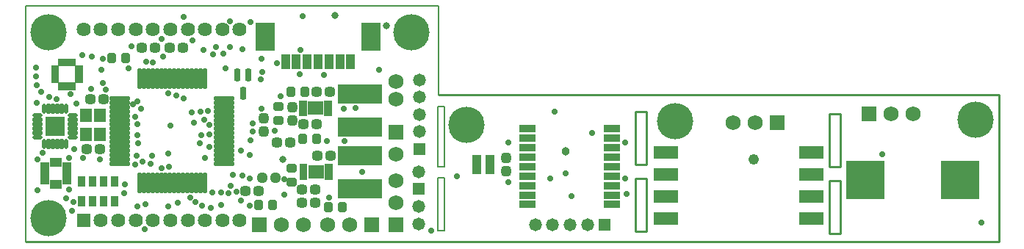
<source format=gts>
G04 Layer_Color=8388736*
%FSLAX23Y23*%
%MOIN*%
G70*
G01*
G75*
%ADD37C,0.006*%
%ADD38C,0.010*%
%ADD86R,0.032X0.051*%
G04:AMPARAMS|DCode=87|XSize=44mil|YSize=19mil|CornerRadius=7mil|HoleSize=0mil|Usage=FLASHONLY|Rotation=270.000|XOffset=0mil|YOffset=0mil|HoleType=Round|Shape=RoundedRectangle|*
%AMROUNDEDRECTD87*
21,1,0.044,0.005,0,0,270.0*
21,1,0.030,0.019,0,0,270.0*
1,1,0.015,-0.002,-0.015*
1,1,0.015,-0.002,0.015*
1,1,0.015,0.002,0.015*
1,1,0.015,0.002,-0.015*
%
%ADD87ROUNDEDRECTD87*%
G04:AMPARAMS|DCode=88|XSize=45mil|YSize=20mil|CornerRadius=8mil|HoleSize=0mil|Usage=FLASHONLY|Rotation=270.000|XOffset=0mil|YOffset=0mil|HoleType=Round|Shape=RoundedRectangle|*
%AMROUNDEDRECTD88*
21,1,0.045,0.005,0,0,270.0*
21,1,0.030,0.020,0,0,270.0*
1,1,0.016,-0.002,-0.015*
1,1,0.016,-0.002,0.015*
1,1,0.016,0.002,0.015*
1,1,0.016,0.002,-0.015*
%
%ADD88ROUNDEDRECTD88*%
G04:AMPARAMS|DCode=89|XSize=44mil|YSize=19mil|CornerRadius=7mil|HoleSize=0mil|Usage=FLASHONLY|Rotation=180.000|XOffset=0mil|YOffset=0mil|HoleType=Round|Shape=RoundedRectangle|*
%AMROUNDEDRECTD89*
21,1,0.044,0.005,0,0,180.0*
21,1,0.030,0.019,0,0,180.0*
1,1,0.015,-0.015,0.002*
1,1,0.015,0.015,0.002*
1,1,0.015,0.015,-0.002*
1,1,0.015,-0.015,-0.002*
%
%ADD89ROUNDEDRECTD89*%
G04:AMPARAMS|DCode=90|XSize=45mil|YSize=20mil|CornerRadius=8mil|HoleSize=0mil|Usage=FLASHONLY|Rotation=180.000|XOffset=0mil|YOffset=0mil|HoleType=Round|Shape=RoundedRectangle|*
%AMROUNDEDRECTD90*
21,1,0.045,0.005,0,0,180.0*
21,1,0.030,0.020,0,0,180.0*
1,1,0.016,-0.015,0.002*
1,1,0.016,0.015,0.002*
1,1,0.016,0.015,-0.002*
1,1,0.016,-0.015,-0.002*
%
%ADD90ROUNDEDRECTD90*%
%ADD91R,0.091X0.091*%
G04:AMPARAMS|DCode=92|XSize=58mil|YSize=28mil|CornerRadius=9mil|HoleSize=0mil|Usage=FLASHONLY|Rotation=270.000|XOffset=0mil|YOffset=0mil|HoleType=Round|Shape=RoundedRectangle|*
%AMROUNDEDRECTD92*
21,1,0.058,0.009,0,0,270.0*
21,1,0.040,0.028,0,0,270.0*
1,1,0.018,-0.005,-0.020*
1,1,0.018,-0.005,0.020*
1,1,0.018,0.005,0.020*
1,1,0.018,0.005,-0.020*
%
%ADD92ROUNDEDRECTD92*%
G04:AMPARAMS|DCode=93|XSize=45mil|YSize=45mil|CornerRadius=13mil|HoleSize=0mil|Usage=FLASHONLY|Rotation=0.000|XOffset=0mil|YOffset=0mil|HoleType=Round|Shape=RoundedRectangle|*
%AMROUNDEDRECTD93*
21,1,0.045,0.019,0,0,0.0*
21,1,0.019,0.045,0,0,0.0*
1,1,0.026,0.010,-0.009*
1,1,0.026,-0.010,-0.009*
1,1,0.026,-0.010,0.009*
1,1,0.026,0.010,0.009*
%
%ADD93ROUNDEDRECTD93*%
%ADD94R,0.091X0.126*%
%ADD95R,0.039X0.071*%
%ADD96R,0.039X0.091*%
%ADD97R,0.205X0.087*%
%ADD98R,0.078X0.035*%
%ADD99R,0.078X0.038*%
G04:AMPARAMS|DCode=100|XSize=45mil|YSize=45mil|CornerRadius=13mil|HoleSize=0mil|Usage=FLASHONLY|Rotation=270.000|XOffset=0mil|YOffset=0mil|HoleType=Round|Shape=RoundedRectangle|*
%AMROUNDEDRECTD100*
21,1,0.045,0.019,0,0,270.0*
21,1,0.019,0.045,0,0,270.0*
1,1,0.026,-0.009,-0.010*
1,1,0.026,-0.009,0.010*
1,1,0.026,0.009,0.010*
1,1,0.026,0.009,-0.010*
%
%ADD100ROUNDEDRECTD100*%
%ADD101R,0.173X0.173*%
G04:AMPARAMS|DCode=102|XSize=44mil|YSize=45mil|CornerRadius=13mil|HoleSize=0mil|Usage=FLASHONLY|Rotation=180.000|XOffset=0mil|YOffset=0mil|HoleType=Round|Shape=RoundedRectangle|*
%AMROUNDEDRECTD102*
21,1,0.044,0.018,0,0,180.0*
21,1,0.018,0.045,0,0,180.0*
1,1,0.026,-0.009,0.009*
1,1,0.026,0.009,0.009*
1,1,0.026,0.009,-0.009*
1,1,0.026,-0.009,-0.009*
%
%ADD102ROUNDEDRECTD102*%
G04:AMPARAMS|DCode=103|XSize=93mil|YSize=21mil|CornerRadius=8mil|HoleSize=0mil|Usage=FLASHONLY|Rotation=180.000|XOffset=0mil|YOffset=0mil|HoleType=Round|Shape=RoundedRectangle|*
%AMROUNDEDRECTD103*
21,1,0.093,0.006,0,0,180.0*
21,1,0.078,0.021,0,0,180.0*
1,1,0.015,-0.039,0.003*
1,1,0.015,0.039,0.003*
1,1,0.015,0.039,-0.003*
1,1,0.015,-0.039,-0.003*
%
%ADD103ROUNDEDRECTD103*%
G04:AMPARAMS|DCode=104|XSize=93mil|YSize=21mil|CornerRadius=8mil|HoleSize=0mil|Usage=FLASHONLY|Rotation=270.000|XOffset=0mil|YOffset=0mil|HoleType=Round|Shape=RoundedRectangle|*
%AMROUNDEDRECTD104*
21,1,0.093,0.006,0,0,270.0*
21,1,0.078,0.021,0,0,270.0*
1,1,0.015,-0.003,-0.039*
1,1,0.015,-0.003,0.039*
1,1,0.015,0.003,0.039*
1,1,0.015,0.003,-0.039*
%
%ADD104ROUNDEDRECTD104*%
%ADD105R,0.053X0.063*%
G04:AMPARAMS|DCode=106|XSize=42mil|YSize=47mil|CornerRadius=13mil|HoleSize=0mil|Usage=FLASHONLY|Rotation=0.000|XOffset=0mil|YOffset=0mil|HoleType=Round|Shape=RoundedRectangle|*
%AMROUNDEDRECTD106*
21,1,0.042,0.021,0,0,0.0*
21,1,0.017,0.047,0,0,0.0*
1,1,0.025,0.008,-0.011*
1,1,0.025,-0.008,-0.011*
1,1,0.025,-0.008,0.011*
1,1,0.025,0.008,0.011*
%
%ADD106ROUNDEDRECTD106*%
G04:AMPARAMS|DCode=107|XSize=42mil|YSize=47mil|CornerRadius=13mil|HoleSize=0mil|Usage=FLASHONLY|Rotation=270.000|XOffset=0mil|YOffset=0mil|HoleType=Round|Shape=RoundedRectangle|*
%AMROUNDEDRECTD107*
21,1,0.042,0.021,0,0,270.0*
21,1,0.017,0.047,0,0,270.0*
1,1,0.025,-0.011,-0.008*
1,1,0.025,-0.011,0.008*
1,1,0.025,0.011,0.008*
1,1,0.025,0.011,-0.008*
%
%ADD107ROUNDEDRECTD107*%
%ADD108C,0.064*%
%ADD109R,0.064X0.064*%
%ADD110C,0.068*%
%ADD111R,0.068X0.068*%
%ADD112R,0.068X0.068*%
%ADD113C,0.058*%
%ADD114R,0.058X0.058*%
%ADD115R,0.058X0.058*%
%ADD116C,0.028*%
%ADD117C,0.033*%
%ADD118C,0.032*%
%ADD119C,0.048*%
%ADD120C,0.038*%
%ADD121C,0.165*%
G36*
X577Y5295D02*
X537D01*
Y5331D01*
X577D01*
Y5295D01*
D02*
G37*
G36*
X596Y5298D02*
X629D01*
Y5279D01*
X594D01*
Y5295D01*
X577D01*
Y5331D01*
X596D01*
Y5298D01*
D02*
G37*
G36*
X537Y5295D02*
X521D01*
Y5279D01*
X485D01*
Y5298D01*
X518D01*
Y5331D01*
X537D01*
Y5295D01*
D02*
G37*
G36*
X629Y5259D02*
Y5239D01*
X594D01*
Y5259D01*
Y5279D01*
X629D01*
Y5259D01*
D02*
G37*
G36*
X521D02*
Y5239D01*
X485D01*
Y5259D01*
Y5279D01*
X521D01*
Y5259D01*
D02*
G37*
G36*
X629Y5219D02*
X596D01*
Y5187D01*
X577D01*
Y5222D01*
X594D01*
Y5239D01*
X629D01*
Y5219D01*
D02*
G37*
G36*
X577Y5187D02*
X537D01*
Y5222D01*
X577D01*
Y5187D01*
D02*
G37*
G36*
X521Y5222D02*
X537D01*
Y5187D01*
X518D01*
Y5219D01*
X485D01*
Y5239D01*
X521D01*
Y5222D01*
D02*
G37*
G36*
X1720Y5075D02*
X1650D01*
Y5135D01*
X1720D01*
Y5075D01*
D02*
G37*
G36*
X1761Y5123D02*
Y5105D01*
Y5087D01*
Y5069D01*
X1724D01*
Y5087D01*
Y5105D01*
Y5123D01*
Y5141D01*
X1761D01*
Y5123D01*
D02*
G37*
G36*
X1646D02*
Y5105D01*
Y5087D01*
Y5069D01*
X1610D01*
Y5087D01*
Y5105D01*
Y5123D01*
Y5141D01*
X1646D01*
Y5123D01*
D02*
G37*
G36*
X3989Y4876D02*
X3881D01*
Y4934D01*
X3989D01*
Y4876D01*
D02*
G37*
G36*
X3329D02*
X3221D01*
Y4934D01*
X3329D01*
Y4876D01*
D02*
G37*
G36*
X534Y4841D02*
X479D01*
Y4880D01*
X534D01*
Y4841D01*
D02*
G37*
G36*
X577Y4840D02*
X538D01*
Y4860D01*
X577D01*
Y4840D01*
D02*
G37*
G36*
X475D02*
X435D01*
Y4860D01*
X475D01*
Y4840D01*
D02*
G37*
G36*
X1722Y4786D02*
X1652D01*
Y4846D01*
X1722D01*
Y4786D01*
D02*
G37*
G36*
X577Y4820D02*
Y4801D01*
Y4781D01*
X538D01*
Y4801D01*
Y4820D01*
Y4840D01*
X577D01*
Y4820D01*
D02*
G37*
G36*
X475D02*
Y4801D01*
Y4781D01*
X435D01*
Y4801D01*
Y4820D01*
Y4840D01*
X475D01*
Y4820D01*
D02*
G37*
G36*
X1763Y4834D02*
Y4816D01*
Y4798D01*
Y4780D01*
X1726D01*
Y4798D01*
Y4816D01*
Y4834D01*
Y4852D01*
X1763D01*
Y4834D01*
D02*
G37*
G36*
X1648D02*
Y4816D01*
Y4798D01*
Y4780D01*
X1612D01*
Y4798D01*
Y4816D01*
Y4834D01*
Y4852D01*
X1648D01*
Y4834D01*
D02*
G37*
G36*
X3989Y4776D02*
X3881D01*
Y4834D01*
X3989D01*
Y4776D01*
D02*
G37*
G36*
X3329D02*
X3221D01*
Y4834D01*
X3329D01*
Y4776D01*
D02*
G37*
G36*
X577Y4761D02*
X538D01*
Y4781D01*
X577D01*
Y4761D01*
D02*
G37*
G36*
X475D02*
X435D01*
Y4781D01*
X475D01*
Y4761D01*
D02*
G37*
G36*
X534Y4741D02*
X479D01*
Y4780D01*
X534D01*
Y4741D01*
D02*
G37*
G36*
X3989Y4676D02*
X3881D01*
Y4734D01*
X3989D01*
Y4676D01*
D02*
G37*
G36*
X3329D02*
X3221D01*
Y4734D01*
X3329D01*
Y4676D01*
D02*
G37*
G36*
X3989Y4576D02*
X3881D01*
Y4634D01*
X3989D01*
Y4576D01*
D02*
G37*
G36*
X3329D02*
X3221D01*
Y4634D01*
X3329D01*
Y4576D01*
D02*
G37*
D37*
X369Y4498D02*
Y5568D01*
X2240Y4838D02*
Y5113D01*
Y4838D02*
X2270D01*
Y5113D01*
X2240D02*
X2270D01*
X2240Y4548D02*
Y4788D01*
Y4548D02*
X2270D01*
Y4788D01*
X2240D02*
X2270D01*
X369Y5568D02*
X2243D01*
Y5165D02*
Y5568D01*
D38*
X369Y4498D02*
X3998D01*
X3135Y4785D02*
X3185D01*
Y4545D02*
Y4785D01*
X3135Y4545D02*
X3185D01*
X3135D02*
Y4785D01*
Y5090D02*
X3185D01*
Y4850D02*
Y5090D01*
X3135Y4850D02*
X3185D01*
X3135D02*
Y5090D01*
X4785Y4498D02*
Y4780D01*
X3998Y4498D02*
X4785D01*
X4015Y4840D02*
Y5080D01*
Y4840D02*
X4065D01*
Y5080D01*
X4015D02*
X4065D01*
X4015Y4535D02*
Y4775D01*
Y4535D02*
X4065D01*
Y4775D01*
X4015D02*
X4065D01*
X2243Y5165D02*
X4785D01*
Y4780D02*
Y5165D01*
D86*
X622Y4773D02*
D03*
X672D02*
D03*
X722D02*
D03*
X772D02*
D03*
Y4683D02*
D03*
X722D02*
D03*
X672D02*
D03*
X622D02*
D03*
D87*
X552Y4944D02*
D03*
X454D02*
D03*
Y5103D02*
D03*
X552D02*
D03*
D88*
X533Y4944D02*
D03*
X513D02*
D03*
X493D02*
D03*
X473D02*
D03*
Y5103D02*
D03*
X493D02*
D03*
X513D02*
D03*
X533D02*
D03*
D89*
X423Y4974D02*
D03*
Y5072D02*
D03*
X583D02*
D03*
Y4974D02*
D03*
D90*
X423Y4994D02*
D03*
Y5013D02*
D03*
Y5033D02*
D03*
Y5053D02*
D03*
X583D02*
D03*
Y5033D02*
D03*
Y5013D02*
D03*
Y4994D02*
D03*
D91*
X504Y5022D02*
D03*
D92*
X1355Y5174D02*
D03*
X1329Y5256D02*
D03*
X1381D02*
D03*
D93*
X1690Y5034D02*
D03*
X1630D02*
D03*
X1367Y4731D02*
D03*
X1427D02*
D03*
X1024Y5380D02*
D03*
X1084D02*
D03*
X957Y5381D02*
D03*
X897D02*
D03*
X1510Y4950D02*
D03*
X1570D02*
D03*
X1750Y5180D02*
D03*
X1690D02*
D03*
X1753Y4888D02*
D03*
X1693D02*
D03*
X1683Y4676D02*
D03*
X1623D02*
D03*
Y4736D02*
D03*
X1683D02*
D03*
X662Y5147D02*
D03*
X722D02*
D03*
X647Y4921D02*
D03*
X707D02*
D03*
D94*
X1456Y5429D02*
D03*
X1937D02*
D03*
D95*
X1549Y5315D02*
D03*
X1598D02*
D03*
X1647D02*
D03*
X1697D02*
D03*
X1746D02*
D03*
X1795D02*
D03*
X1844D02*
D03*
D96*
X2415Y4850D02*
D03*
X2475D02*
D03*
D97*
X1885Y5170D02*
D03*
Y5020D02*
D03*
X1887Y4891D02*
D03*
Y4741D02*
D03*
D98*
X2648Y5014D02*
D03*
X3030D02*
D03*
Y4668D02*
D03*
X2648D02*
D03*
D99*
Y4971D02*
D03*
Y4927D02*
D03*
Y4884D02*
D03*
Y4754D02*
D03*
Y4797D02*
D03*
Y4841D02*
D03*
Y4711D02*
D03*
X3030D02*
D03*
Y4841D02*
D03*
Y4797D02*
D03*
Y4754D02*
D03*
Y4884D02*
D03*
Y4927D02*
D03*
Y4971D02*
D03*
D100*
X2550Y4820D02*
D03*
Y4880D02*
D03*
X1450Y5060D02*
D03*
Y5000D02*
D03*
X1579Y5109D02*
D03*
Y5049D02*
D03*
D101*
X4180Y4780D02*
D03*
X4610D02*
D03*
D102*
X1443Y4788D02*
D03*
X1503D02*
D03*
D103*
X797Y5150D02*
D03*
Y5130D02*
D03*
Y5110D02*
D03*
Y5091D02*
D03*
Y5071D02*
D03*
Y5051D02*
D03*
Y5032D02*
D03*
Y5012D02*
D03*
Y4992D02*
D03*
Y4972D02*
D03*
Y4953D02*
D03*
Y4933D02*
D03*
Y4913D02*
D03*
Y4894D02*
D03*
Y4874D02*
D03*
Y4854D02*
D03*
X1271D02*
D03*
Y4874D02*
D03*
Y4894D02*
D03*
Y4913D02*
D03*
Y4933D02*
D03*
Y4953D02*
D03*
Y4972D02*
D03*
Y4992D02*
D03*
Y5012D02*
D03*
Y5032D02*
D03*
Y5051D02*
D03*
Y5071D02*
D03*
Y5091D02*
D03*
Y5110D02*
D03*
Y5130D02*
D03*
Y5150D02*
D03*
D104*
X886Y4765D02*
D03*
X906D02*
D03*
X926D02*
D03*
X945D02*
D03*
X965D02*
D03*
X985D02*
D03*
X1004D02*
D03*
X1024D02*
D03*
X1044D02*
D03*
X1064D02*
D03*
X1083D02*
D03*
X1103D02*
D03*
X1123D02*
D03*
X1142D02*
D03*
X1162D02*
D03*
X1182D02*
D03*
Y5239D02*
D03*
X1162D02*
D03*
X1142D02*
D03*
X1123D02*
D03*
X1103D02*
D03*
X1083D02*
D03*
X1064D02*
D03*
X1044D02*
D03*
X1024D02*
D03*
X1004D02*
D03*
X985D02*
D03*
X965D02*
D03*
X945D02*
D03*
X926D02*
D03*
X906D02*
D03*
X886D02*
D03*
D105*
X705Y5073D02*
D03*
X643D02*
D03*
Y4987D02*
D03*
X705D02*
D03*
D106*
X1806Y4656D02*
D03*
X1744D02*
D03*
X1428Y4666D02*
D03*
X1490D02*
D03*
X1574Y5180D02*
D03*
X1636D02*
D03*
X1689Y4966D02*
D03*
X1627D02*
D03*
X760Y5333D02*
D03*
X822D02*
D03*
D107*
X1518Y5050D02*
D03*
Y5112D02*
D03*
X1578Y4770D02*
D03*
Y4832D02*
D03*
D108*
X633Y5462D02*
D03*
X711D02*
D03*
X790D02*
D03*
X869D02*
D03*
X948D02*
D03*
X1026D02*
D03*
X1105D02*
D03*
X1184D02*
D03*
X1263D02*
D03*
X1341D02*
D03*
Y4596D02*
D03*
X1263D02*
D03*
X1184D02*
D03*
X1105D02*
D03*
X1026D02*
D03*
X948D02*
D03*
X869D02*
D03*
X790D02*
D03*
X711D02*
D03*
D109*
X633D02*
D03*
D110*
X2050Y4775D02*
D03*
Y4675D02*
D03*
X1740Y4575D02*
D03*
X1840D02*
D03*
X2050Y4895D02*
D03*
X3680Y5040D02*
D03*
X3580D02*
D03*
X1630Y4575D02*
D03*
X1530D02*
D03*
X4395Y5080D02*
D03*
X4295D02*
D03*
X2050Y5226D02*
D03*
Y5147D02*
D03*
D111*
Y4575D02*
D03*
Y4995D02*
D03*
D112*
X1940Y4575D02*
D03*
X3780Y5040D02*
D03*
X1430Y4575D02*
D03*
X4195Y5080D02*
D03*
D113*
X2154Y4659D02*
D03*
Y4580D02*
D03*
Y4816D02*
D03*
X2156Y5077D02*
D03*
Y4998D02*
D03*
Y5156D02*
D03*
Y5234D02*
D03*
X2683Y4575D02*
D03*
X2761D02*
D03*
X2919D02*
D03*
X2840D02*
D03*
X504Y5022D02*
D03*
D114*
X2154Y4738D02*
D03*
X2156Y4920D02*
D03*
D115*
X2997Y4575D02*
D03*
D116*
X911Y4557D02*
D03*
X2210Y4548D02*
D03*
X2326Y4797D02*
D03*
X732Y5189D02*
D03*
X988Y5421D02*
D03*
X1123Y5086D02*
D03*
X1814Y5102D02*
D03*
X418Y5249D02*
D03*
X714Y5280D02*
D03*
X667Y5194D02*
D03*
X1542Y4714D02*
D03*
X994Y5340D02*
D03*
X1268Y5352D02*
D03*
X1353Y5373D02*
D03*
X1295Y5382D02*
D03*
X2847Y4705D02*
D03*
X1442Y5269D02*
D03*
X553Y4696D02*
D03*
X1211Y4653D02*
D03*
X1435Y5236D02*
D03*
X1543Y4783D02*
D03*
X511Y5147D02*
D03*
X1021Y4840D02*
D03*
X868Y4851D02*
D03*
X1028Y5027D02*
D03*
X580Y4640D02*
D03*
X631Y4880D02*
D03*
X2939Y4993D02*
D03*
X1290Y4720D02*
D03*
X1299Y4754D02*
D03*
X1388Y4662D02*
D03*
X1220Y5350D02*
D03*
X1176Y5368D02*
D03*
X1232Y5383D02*
D03*
X1297Y5500D02*
D03*
X1275Y5287D02*
D03*
X1440Y5102D02*
D03*
X1347Y4687D02*
D03*
X1015Y4899D02*
D03*
X3089Y4948D02*
D03*
X988Y4834D02*
D03*
X1311Y4803D02*
D03*
X448Y4903D02*
D03*
X417Y5288D02*
D03*
X1401Y5000D02*
D03*
X670Y5338D02*
D03*
X1616Y5370D02*
D03*
X1722Y5256D02*
D03*
X3098Y4717D02*
D03*
X1439Y5331D02*
D03*
X1127Y5414D02*
D03*
X1401Y5036D02*
D03*
X1391Y5496D02*
D03*
X708Y4873D02*
D03*
X720Y5219D02*
D03*
X1134Y5038D02*
D03*
X1179Y5052D02*
D03*
X1203Y5028D02*
D03*
X1203Y4930D02*
D03*
X899Y4863D02*
D03*
X942Y4891D02*
D03*
X1018Y5172D02*
D03*
X815Y4721D02*
D03*
X851Y5386D02*
D03*
X1085Y5520D02*
D03*
X1053Y5164D02*
D03*
X1086Y5148D02*
D03*
X721Y5328D02*
D03*
X948Y5314D02*
D03*
X872Y4888D02*
D03*
X936Y4853D02*
D03*
X880Y4946D02*
D03*
X855Y5122D02*
D03*
X892Y5103D02*
D03*
X1867Y5106D02*
D03*
X1897Y4817D02*
D03*
X1204Y4985D02*
D03*
X1390Y4960D02*
D03*
X1738Y4955D02*
D03*
X1816Y4957D02*
D03*
X1164Y5090D02*
D03*
X1196Y5093D02*
D03*
X878Y5136D02*
D03*
X1352Y4801D02*
D03*
X1388Y4892D02*
D03*
X1346Y4913D02*
D03*
X1256Y4724D02*
D03*
X877Y4660D02*
D03*
X1060Y4675D02*
D03*
X914Y4669D02*
D03*
X821Y4759D02*
D03*
X439Y5178D02*
D03*
X600Y5126D02*
D03*
X572Y5168D02*
D03*
X628Y5345D02*
D03*
X420Y5209D02*
D03*
X421Y5128D02*
D03*
X1613Y5260D02*
D03*
X422Y4872D02*
D03*
X590Y4918D02*
D03*
X1166Y4983D02*
D03*
X1160Y4947D02*
D03*
X476Y5157D02*
D03*
X587Y4678D02*
D03*
X1184Y4881D02*
D03*
X1170Y4664D02*
D03*
X1017Y4660D02*
D03*
X1500Y5003D02*
D03*
X1256Y4667D02*
D03*
X565Y4735D02*
D03*
X4705Y4585D02*
D03*
X568Y4880D02*
D03*
X2770Y5090D02*
D03*
X2560Y4950D02*
D03*
X4255Y4895D02*
D03*
X3090Y4785D02*
D03*
X2750D02*
D03*
X2820Y4810D02*
D03*
X2560Y4770D02*
D03*
X1972Y5281D02*
D03*
X875Y5032D02*
D03*
X878Y4982D02*
D03*
X1325Y4726D02*
D03*
X1116Y4699D02*
D03*
X1687Y5104D02*
D03*
X422Y4733D02*
D03*
X915Y5317D02*
D03*
X1747Y4701D02*
D03*
X1141Y4678D02*
D03*
X1218Y4723D02*
D03*
X1626Y5523D02*
D03*
X1387Y4787D02*
D03*
X867Y5066D02*
D03*
X1528Y5158D02*
D03*
X1511Y5309D02*
D03*
X836Y5285D02*
D03*
D117*
X1535Y4874D02*
D03*
D118*
X1772Y5525D02*
D03*
X1685Y4810D02*
D03*
X2008Y5481D02*
D03*
D119*
X3673Y4874D02*
D03*
D120*
X2820Y4910D02*
D03*
D121*
X474Y4606D02*
D03*
Y5449D02*
D03*
X2121D02*
D03*
X3315Y5045D02*
D03*
X4679Y5054D02*
D03*
X2370Y5030D02*
D03*
M02*

</source>
